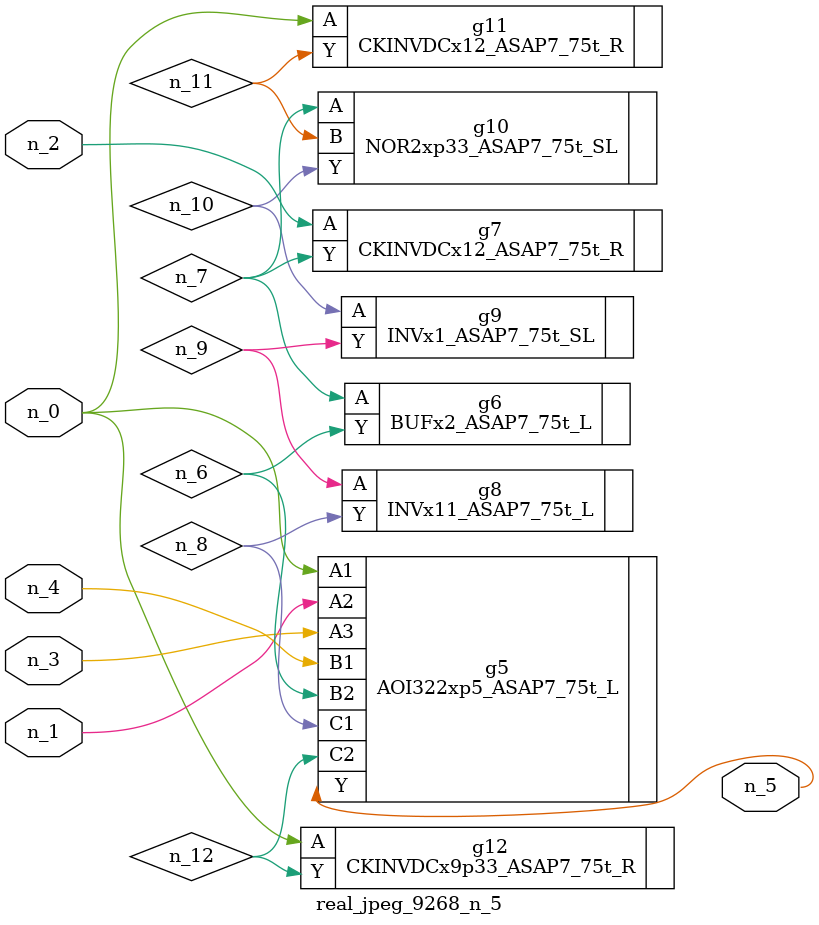
<source format=v>
module real_jpeg_9268_n_5 (n_4, n_0, n_1, n_2, n_3, n_5);

input n_4;
input n_0;
input n_1;
input n_2;
input n_3;

output n_5;

wire n_12;
wire n_8;
wire n_11;
wire n_6;
wire n_7;
wire n_10;
wire n_9;

AOI322xp5_ASAP7_75t_L g5 ( 
.A1(n_0),
.A2(n_1),
.A3(n_3),
.B1(n_4),
.B2(n_6),
.C1(n_8),
.C2(n_12),
.Y(n_5)
);

CKINVDCx12_ASAP7_75t_R g11 ( 
.A(n_0),
.Y(n_11)
);

CKINVDCx9p33_ASAP7_75t_R g12 ( 
.A(n_0),
.Y(n_12)
);

CKINVDCx12_ASAP7_75t_R g7 ( 
.A(n_2),
.Y(n_7)
);

BUFx2_ASAP7_75t_L g6 ( 
.A(n_7),
.Y(n_6)
);

NOR2xp33_ASAP7_75t_SL g10 ( 
.A(n_7),
.B(n_11),
.Y(n_10)
);

INVx11_ASAP7_75t_L g8 ( 
.A(n_9),
.Y(n_8)
);

INVx1_ASAP7_75t_SL g9 ( 
.A(n_10),
.Y(n_9)
);


endmodule
</source>
